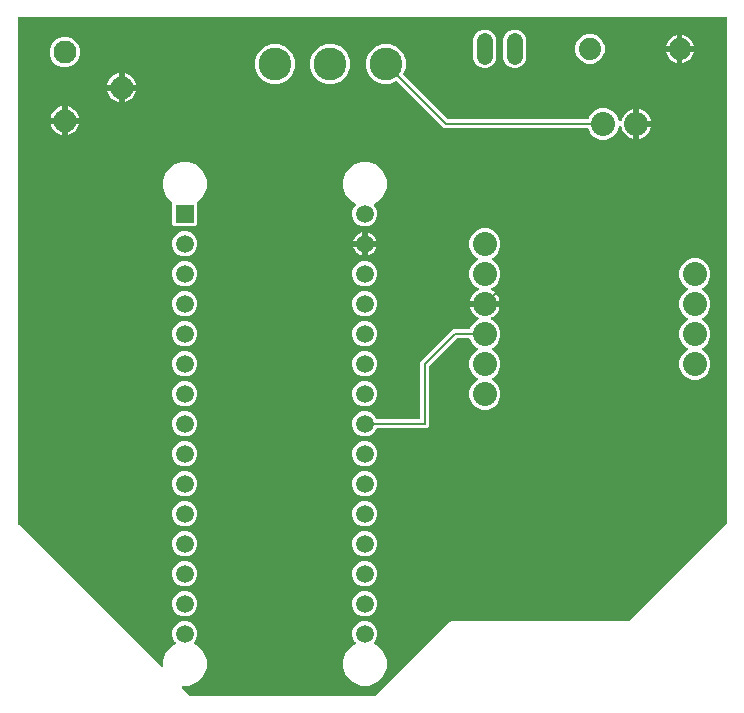
<source format=gbr>
G04 EAGLE Gerber RS-274X export*
G75*
%MOMM*%
%FSLAX34Y34*%
%LPD*%
%INBottom Copper*%
%IPPOS*%
%AMOC8*
5,1,8,0,0,1.08239X$1,22.5*%
G01*
%ADD10C,2.032000*%
%ADD11C,1.320800*%
%ADD12C,1.950000*%
%ADD13R,1.508000X1.508000*%
%ADD14C,1.508000*%
%ADD15C,1.879600*%
%ADD16C,2.775000*%
%ADD17C,0.152400*%

G36*
X604648Y163335D02*
X604648Y163335D01*
X604747Y163338D01*
X604805Y163355D01*
X604865Y163363D01*
X604958Y163399D01*
X605053Y163427D01*
X605105Y163457D01*
X605161Y163480D01*
X605241Y163538D01*
X605327Y163588D01*
X605402Y163654D01*
X605418Y163666D01*
X605426Y163676D01*
X605447Y163694D01*
X663662Y221909D01*
X666913Y225160D01*
X670927Y226823D01*
X820450Y226823D01*
X820548Y226835D01*
X820647Y226838D01*
X820705Y226855D01*
X820765Y226863D01*
X820858Y226899D01*
X820953Y226927D01*
X821005Y226957D01*
X821061Y226980D01*
X821141Y227038D01*
X821227Y227088D01*
X821302Y227154D01*
X821318Y227166D01*
X821326Y227176D01*
X821347Y227194D01*
X903106Y308953D01*
X903166Y309031D01*
X903234Y309103D01*
X903263Y309156D01*
X903300Y309204D01*
X903340Y309295D01*
X903388Y309381D01*
X903403Y309440D01*
X903427Y309496D01*
X903442Y309594D01*
X903467Y309689D01*
X903473Y309789D01*
X903477Y309810D01*
X903475Y309822D01*
X903477Y309850D01*
X903477Y737108D01*
X903462Y737226D01*
X903455Y737345D01*
X903442Y737383D01*
X903437Y737424D01*
X903394Y737534D01*
X903357Y737647D01*
X903335Y737682D01*
X903320Y737719D01*
X903251Y737815D01*
X903187Y737916D01*
X903157Y737944D01*
X903134Y737977D01*
X903042Y738053D01*
X902955Y738134D01*
X902920Y738154D01*
X902889Y738179D01*
X902781Y738230D01*
X902677Y738288D01*
X902637Y738298D01*
X902601Y738315D01*
X902484Y738337D01*
X902369Y738367D01*
X902309Y738371D01*
X902289Y738375D01*
X902268Y738373D01*
X902208Y738377D01*
X304292Y738377D01*
X304174Y738362D01*
X304055Y738355D01*
X304017Y738342D01*
X303976Y738337D01*
X303866Y738294D01*
X303753Y738257D01*
X303718Y738235D01*
X303681Y738220D01*
X303585Y738151D01*
X303484Y738087D01*
X303456Y738057D01*
X303423Y738034D01*
X303347Y737942D01*
X303266Y737855D01*
X303246Y737820D01*
X303221Y737789D01*
X303170Y737681D01*
X303112Y737577D01*
X303102Y737537D01*
X303085Y737501D01*
X303063Y737384D01*
X303033Y737269D01*
X303029Y737209D01*
X303025Y737189D01*
X303027Y737168D01*
X303023Y737108D01*
X303023Y309850D01*
X303035Y309752D01*
X303038Y309653D01*
X303055Y309595D01*
X303063Y309535D01*
X303099Y309442D01*
X303127Y309347D01*
X303157Y309295D01*
X303180Y309239D01*
X303238Y309159D01*
X303288Y309073D01*
X303354Y308998D01*
X303366Y308982D01*
X303376Y308974D01*
X303394Y308953D01*
X423918Y188430D01*
X424027Y188344D01*
X424134Y188256D01*
X424153Y188247D01*
X424169Y188235D01*
X424297Y188179D01*
X424422Y188120D01*
X424442Y188116D01*
X424461Y188108D01*
X424599Y188086D01*
X424735Y188060D01*
X424755Y188062D01*
X424775Y188058D01*
X424914Y188071D01*
X425052Y188080D01*
X425071Y188086D01*
X425091Y188088D01*
X425223Y188135D01*
X425354Y188178D01*
X425372Y188189D01*
X425391Y188196D01*
X425506Y188274D01*
X425623Y188348D01*
X425637Y188363D01*
X425654Y188374D01*
X425746Y188478D01*
X425841Y188580D01*
X425851Y188598D01*
X425864Y188613D01*
X425928Y188737D01*
X425995Y188858D01*
X426000Y188878D01*
X426009Y188896D01*
X426039Y189032D01*
X426074Y189166D01*
X426076Y189194D01*
X426079Y189206D01*
X426078Y189227D01*
X426084Y189327D01*
X426084Y194163D01*
X428888Y200932D01*
X434068Y206112D01*
X436022Y206921D01*
X436065Y206946D01*
X436112Y206963D01*
X436203Y207024D01*
X436298Y207079D01*
X436334Y207113D01*
X436375Y207141D01*
X436448Y207224D01*
X436527Y207300D01*
X436553Y207343D01*
X436586Y207380D01*
X436636Y207478D01*
X436693Y207571D01*
X436708Y207619D01*
X436730Y207663D01*
X436754Y207770D01*
X436787Y207875D01*
X436789Y207925D01*
X436800Y207973D01*
X436796Y208083D01*
X436802Y208193D01*
X436792Y208241D01*
X436790Y208291D01*
X436760Y208397D01*
X436737Y208504D01*
X436716Y208549D01*
X436702Y208597D01*
X436646Y208691D01*
X436598Y208790D01*
X436565Y208828D01*
X436540Y208871D01*
X436434Y208991D01*
X435523Y209902D01*
X433911Y213794D01*
X433911Y218006D01*
X435523Y221898D01*
X438502Y224877D01*
X442394Y226489D01*
X446606Y226489D01*
X450498Y224877D01*
X453477Y221898D01*
X455089Y218006D01*
X455089Y213794D01*
X453477Y209902D01*
X452566Y208991D01*
X452536Y208952D01*
X452499Y208919D01*
X452439Y208827D01*
X452371Y208740D01*
X452352Y208695D01*
X452324Y208653D01*
X452289Y208549D01*
X452245Y208448D01*
X452237Y208399D01*
X452221Y208352D01*
X452212Y208243D01*
X452195Y208134D01*
X452200Y208085D01*
X452196Y208035D01*
X452215Y207927D01*
X452225Y207818D01*
X452242Y207771D01*
X452250Y207722D01*
X452295Y207622D01*
X452332Y207518D01*
X452360Y207477D01*
X452381Y207432D01*
X452449Y207346D01*
X452511Y207255D01*
X452548Y207222D01*
X452579Y207184D01*
X452667Y207117D01*
X452750Y207045D01*
X452794Y207022D01*
X452833Y206992D01*
X452978Y206921D01*
X454932Y206112D01*
X460112Y200932D01*
X462916Y194163D01*
X462916Y186837D01*
X460112Y180068D01*
X454932Y174888D01*
X448163Y172084D01*
X443327Y172084D01*
X443189Y172067D01*
X443051Y172054D01*
X443032Y172047D01*
X443011Y172044D01*
X442882Y171993D01*
X442751Y171946D01*
X442735Y171935D01*
X442716Y171927D01*
X442603Y171846D01*
X442488Y171768D01*
X442475Y171752D01*
X442458Y171741D01*
X442370Y171633D01*
X442278Y171529D01*
X442269Y171511D01*
X442256Y171496D01*
X442196Y171370D01*
X442133Y171246D01*
X442129Y171226D01*
X442120Y171208D01*
X442094Y171072D01*
X442064Y170936D01*
X442064Y170915D01*
X442060Y170896D01*
X442069Y170757D01*
X442073Y170618D01*
X442079Y170598D01*
X442080Y170578D01*
X442123Y170446D01*
X442162Y170312D01*
X442172Y170295D01*
X442178Y170276D01*
X442253Y170158D01*
X442323Y170038D01*
X442342Y170017D01*
X442348Y170007D01*
X442363Y169993D01*
X442430Y169918D01*
X448653Y163694D01*
X448731Y163634D01*
X448803Y163566D01*
X448856Y163537D01*
X448904Y163500D01*
X448995Y163460D01*
X449081Y163412D01*
X449140Y163397D01*
X449196Y163373D01*
X449294Y163358D01*
X449389Y163333D01*
X449489Y163327D01*
X449510Y163323D01*
X449522Y163325D01*
X449550Y163323D01*
X604550Y163323D01*
X604648Y163335D01*
G37*
%LPC*%
G36*
X594794Y383111D02*
X594794Y383111D01*
X590902Y384723D01*
X587923Y387702D01*
X586311Y391594D01*
X586311Y395806D01*
X587923Y399698D01*
X590902Y402677D01*
X594794Y404289D01*
X599006Y404289D01*
X602898Y402677D01*
X605877Y399698D01*
X606458Y398294D01*
X606473Y398269D01*
X606482Y398241D01*
X606551Y398131D01*
X606616Y398018D01*
X606636Y397997D01*
X606652Y397972D01*
X606747Y397883D01*
X606837Y397790D01*
X606862Y397774D01*
X606884Y397754D01*
X606997Y397691D01*
X607108Y397623D01*
X607136Y397615D01*
X607162Y397600D01*
X607288Y397568D01*
X607412Y397530D01*
X607442Y397528D01*
X607470Y397521D01*
X607631Y397511D01*
X642620Y397511D01*
X642738Y397526D01*
X642857Y397533D01*
X642895Y397546D01*
X642936Y397551D01*
X643046Y397594D01*
X643159Y397631D01*
X643194Y397653D01*
X643231Y397668D01*
X643327Y397737D01*
X643428Y397801D01*
X643456Y397831D01*
X643489Y397854D01*
X643565Y397946D01*
X643646Y398033D01*
X643666Y398068D01*
X643691Y398099D01*
X643742Y398207D01*
X643800Y398311D01*
X643810Y398351D01*
X643827Y398387D01*
X643849Y398504D01*
X643879Y398619D01*
X643883Y398679D01*
X643887Y398699D01*
X643885Y398720D01*
X643889Y398780D01*
X643889Y446078D01*
X671522Y473711D01*
X684933Y473711D01*
X684963Y473714D01*
X684992Y473712D01*
X685120Y473734D01*
X685249Y473751D01*
X685276Y473761D01*
X685305Y473766D01*
X685424Y473820D01*
X685545Y473868D01*
X685568Y473885D01*
X685595Y473897D01*
X685697Y473978D01*
X685802Y474054D01*
X685821Y474077D01*
X685844Y474096D01*
X685922Y474199D01*
X686005Y474299D01*
X686017Y474326D01*
X686035Y474350D01*
X686106Y474494D01*
X687302Y477382D01*
X691018Y481098D01*
X692545Y481730D01*
X692623Y481775D01*
X692705Y481810D01*
X692760Y481853D01*
X692821Y481888D01*
X692885Y481950D01*
X692956Y482005D01*
X692999Y482060D01*
X693049Y482109D01*
X693096Y482185D01*
X693151Y482256D01*
X693179Y482320D01*
X693216Y482380D01*
X693242Y482466D01*
X693278Y482548D01*
X693289Y482617D01*
X693309Y482684D01*
X693314Y482774D01*
X693328Y482862D01*
X693321Y482932D01*
X693324Y483002D01*
X693306Y483089D01*
X693298Y483179D01*
X693274Y483245D01*
X693260Y483313D01*
X693221Y483394D01*
X693191Y483478D01*
X693151Y483536D01*
X693120Y483599D01*
X693062Y483667D01*
X693012Y483741D01*
X692960Y483788D01*
X692914Y483841D01*
X692841Y483893D01*
X692774Y483952D01*
X692666Y484016D01*
X692654Y484024D01*
X692648Y484027D01*
X692635Y484034D01*
X691843Y484437D01*
X690226Y485612D01*
X688812Y487026D01*
X687637Y488643D01*
X686730Y490425D01*
X686112Y492326D01*
X686043Y492761D01*
X697230Y492761D01*
X697348Y492776D01*
X697467Y492783D01*
X697505Y492796D01*
X697545Y492801D01*
X697656Y492844D01*
X697769Y492881D01*
X697803Y492903D01*
X697841Y492918D01*
X697937Y492988D01*
X698038Y493051D01*
X698066Y493081D01*
X698098Y493104D01*
X698174Y493196D01*
X698256Y493283D01*
X698275Y493318D01*
X698301Y493349D01*
X698352Y493457D01*
X698409Y493561D01*
X698420Y493601D01*
X698437Y493637D01*
X698459Y493754D01*
X698489Y493869D01*
X698493Y493930D01*
X698497Y493950D01*
X698495Y493970D01*
X698499Y494030D01*
X698499Y496570D01*
X698484Y496688D01*
X698477Y496807D01*
X698464Y496845D01*
X698459Y496885D01*
X698415Y496996D01*
X698379Y497109D01*
X698357Y497144D01*
X698342Y497181D01*
X698272Y497277D01*
X698209Y497378D01*
X698179Y497406D01*
X698155Y497439D01*
X698064Y497514D01*
X697977Y497596D01*
X697942Y497616D01*
X697910Y497641D01*
X697803Y497692D01*
X697698Y497750D01*
X697659Y497760D01*
X697623Y497777D01*
X697506Y497799D01*
X697391Y497829D01*
X697330Y497833D01*
X697310Y497837D01*
X697290Y497835D01*
X697230Y497839D01*
X686043Y497839D01*
X686112Y498274D01*
X686730Y500175D01*
X687637Y501957D01*
X688812Y503574D01*
X690226Y504988D01*
X691843Y506163D01*
X692635Y506566D01*
X692709Y506616D01*
X692788Y506658D01*
X692840Y506705D01*
X692898Y506745D01*
X692958Y506812D01*
X693024Y506872D01*
X693062Y506931D01*
X693109Y506983D01*
X693149Y507063D01*
X693199Y507138D01*
X693221Y507204D01*
X693253Y507267D01*
X693273Y507354D01*
X693302Y507439D01*
X693307Y507509D01*
X693323Y507577D01*
X693320Y507666D01*
X693327Y507756D01*
X693315Y507825D01*
X693313Y507895D01*
X693288Y507981D01*
X693273Y508069D01*
X693244Y508133D01*
X693224Y508200D01*
X693179Y508277D01*
X693142Y508359D01*
X693098Y508414D01*
X693063Y508474D01*
X692999Y508538D01*
X692943Y508608D01*
X692887Y508650D01*
X692838Y508699D01*
X692761Y508745D01*
X692689Y508799D01*
X692577Y508854D01*
X692564Y508861D01*
X692558Y508863D01*
X692545Y508870D01*
X691018Y509502D01*
X687302Y513218D01*
X685291Y518073D01*
X685291Y523327D01*
X687302Y528182D01*
X691018Y531898D01*
X691813Y532227D01*
X691934Y532296D01*
X692057Y532361D01*
X692072Y532375D01*
X692090Y532385D01*
X692190Y532482D01*
X692292Y532575D01*
X692304Y532592D01*
X692318Y532606D01*
X692391Y532725D01*
X692467Y532841D01*
X692474Y532860D01*
X692484Y532877D01*
X692525Y533010D01*
X692570Y533142D01*
X692572Y533162D01*
X692578Y533181D01*
X692585Y533320D01*
X692596Y533459D01*
X692592Y533479D01*
X692593Y533499D01*
X692565Y533635D01*
X692541Y533772D01*
X692533Y533791D01*
X692529Y533810D01*
X692468Y533935D01*
X692411Y534062D01*
X692398Y534078D01*
X692389Y534096D01*
X692299Y534202D01*
X692212Y534310D01*
X692196Y534323D01*
X692183Y534338D01*
X692069Y534418D01*
X691958Y534502D01*
X691933Y534514D01*
X691923Y534521D01*
X691904Y534528D01*
X691813Y534573D01*
X691018Y534902D01*
X687302Y538618D01*
X685291Y543473D01*
X685291Y548727D01*
X687302Y553582D01*
X691018Y557298D01*
X695873Y559309D01*
X701127Y559309D01*
X705982Y557298D01*
X709698Y553582D01*
X711709Y548727D01*
X711709Y543473D01*
X709698Y538618D01*
X705982Y534902D01*
X705187Y534573D01*
X705066Y534504D01*
X704943Y534439D01*
X704928Y534425D01*
X704910Y534415D01*
X704810Y534318D01*
X704708Y534225D01*
X704696Y534208D01*
X704682Y534194D01*
X704609Y534075D01*
X704533Y533959D01*
X704526Y533940D01*
X704516Y533923D01*
X704475Y533790D01*
X704430Y533658D01*
X704428Y533638D01*
X704422Y533619D01*
X704415Y533480D01*
X704404Y533341D01*
X704408Y533321D01*
X704407Y533301D01*
X704435Y533165D01*
X704459Y533028D01*
X704467Y533010D01*
X704471Y532990D01*
X704532Y532864D01*
X704589Y532738D01*
X704602Y532722D01*
X704611Y532704D01*
X704702Y532598D01*
X704788Y532490D01*
X704804Y532477D01*
X704817Y532462D01*
X704932Y532381D01*
X705042Y532298D01*
X705067Y532286D01*
X705077Y532279D01*
X705097Y532272D01*
X705187Y532227D01*
X705982Y531898D01*
X709698Y528182D01*
X711709Y523327D01*
X711709Y518073D01*
X709698Y513218D01*
X705982Y509502D01*
X704455Y508870D01*
X704377Y508825D01*
X704295Y508790D01*
X704240Y508747D01*
X704179Y508712D01*
X704115Y508650D01*
X704044Y508595D01*
X704001Y508540D01*
X703951Y508491D01*
X703904Y508414D01*
X703849Y508344D01*
X703821Y508280D01*
X703784Y508220D01*
X703758Y508134D01*
X703722Y508052D01*
X703711Y507983D01*
X703691Y507916D01*
X703686Y507826D01*
X703672Y507738D01*
X703679Y507668D01*
X703676Y507598D01*
X703694Y507511D01*
X703702Y507421D01*
X703726Y507355D01*
X703740Y507287D01*
X703779Y507206D01*
X703809Y507122D01*
X703849Y507064D01*
X703880Y507001D01*
X703938Y506933D01*
X703988Y506859D01*
X704040Y506812D01*
X704086Y506759D01*
X704159Y506707D01*
X704226Y506648D01*
X704334Y506584D01*
X704346Y506576D01*
X704352Y506573D01*
X704365Y506566D01*
X705157Y506163D01*
X706774Y504988D01*
X708188Y503574D01*
X709363Y501957D01*
X710270Y500175D01*
X710888Y498274D01*
X710957Y497839D01*
X699770Y497839D01*
X699652Y497824D01*
X699533Y497817D01*
X699495Y497804D01*
X699455Y497799D01*
X699344Y497756D01*
X699231Y497719D01*
X699197Y497697D01*
X699159Y497682D01*
X699063Y497612D01*
X698962Y497549D01*
X698934Y497519D01*
X698902Y497495D01*
X698826Y497404D01*
X698744Y497317D01*
X698725Y497282D01*
X698699Y497251D01*
X698648Y497143D01*
X698591Y497039D01*
X698580Y496999D01*
X698563Y496963D01*
X698541Y496846D01*
X698511Y496731D01*
X698507Y496670D01*
X698503Y496650D01*
X698505Y496630D01*
X698501Y496570D01*
X698501Y494030D01*
X698516Y493912D01*
X698523Y493793D01*
X698536Y493755D01*
X698541Y493714D01*
X698585Y493604D01*
X698621Y493491D01*
X698643Y493456D01*
X698658Y493419D01*
X698728Y493323D01*
X698791Y493222D01*
X698821Y493194D01*
X698845Y493161D01*
X698936Y493086D01*
X699023Y493004D01*
X699058Y492984D01*
X699090Y492959D01*
X699197Y492908D01*
X699302Y492850D01*
X699341Y492840D01*
X699377Y492823D01*
X699494Y492801D01*
X699609Y492771D01*
X699670Y492767D01*
X699690Y492763D01*
X699710Y492765D01*
X699770Y492761D01*
X710957Y492761D01*
X710888Y492326D01*
X710270Y490425D01*
X709363Y488643D01*
X708188Y487026D01*
X706774Y485612D01*
X705157Y484437D01*
X704365Y484034D01*
X704291Y483984D01*
X704212Y483942D01*
X704160Y483895D01*
X704102Y483855D01*
X704042Y483788D01*
X703976Y483728D01*
X703938Y483669D01*
X703891Y483617D01*
X703851Y483537D01*
X703801Y483462D01*
X703779Y483396D01*
X703747Y483333D01*
X703727Y483246D01*
X703698Y483161D01*
X703693Y483091D01*
X703677Y483023D01*
X703680Y482934D01*
X703673Y482844D01*
X703685Y482775D01*
X703687Y482705D01*
X703712Y482619D01*
X703727Y482531D01*
X703756Y482467D01*
X703776Y482400D01*
X703821Y482323D01*
X703858Y482241D01*
X703902Y482186D01*
X703937Y482126D01*
X704001Y482062D01*
X704057Y481992D01*
X704113Y481950D01*
X704162Y481901D01*
X704239Y481855D01*
X704311Y481801D01*
X704423Y481746D01*
X704436Y481739D01*
X704442Y481737D01*
X704455Y481730D01*
X705982Y481098D01*
X709698Y477382D01*
X711709Y472527D01*
X711709Y467273D01*
X709698Y462418D01*
X705982Y458702D01*
X705187Y458373D01*
X705066Y458304D01*
X704943Y458239D01*
X704928Y458225D01*
X704910Y458215D01*
X704810Y458118D01*
X704708Y458025D01*
X704696Y458008D01*
X704682Y457994D01*
X704609Y457875D01*
X704533Y457759D01*
X704526Y457740D01*
X704516Y457723D01*
X704475Y457590D01*
X704430Y457458D01*
X704428Y457438D01*
X704422Y457419D01*
X704415Y457280D01*
X704404Y457141D01*
X704408Y457121D01*
X704407Y457101D01*
X704435Y456965D01*
X704459Y456828D01*
X704467Y456810D01*
X704471Y456790D01*
X704532Y456664D01*
X704589Y456538D01*
X704602Y456522D01*
X704611Y456504D01*
X704702Y456398D01*
X704788Y456290D01*
X704804Y456277D01*
X704817Y456262D01*
X704932Y456181D01*
X705042Y456098D01*
X705067Y456086D01*
X705077Y456079D01*
X705097Y456072D01*
X705187Y456027D01*
X705982Y455698D01*
X709698Y451982D01*
X711709Y447127D01*
X711709Y441873D01*
X709698Y437018D01*
X705982Y433302D01*
X705187Y432973D01*
X705066Y432904D01*
X704943Y432839D01*
X704928Y432825D01*
X704910Y432815D01*
X704810Y432718D01*
X704708Y432625D01*
X704696Y432608D01*
X704682Y432594D01*
X704609Y432475D01*
X704533Y432359D01*
X704526Y432340D01*
X704516Y432323D01*
X704475Y432190D01*
X704430Y432058D01*
X704428Y432038D01*
X704422Y432019D01*
X704415Y431880D01*
X704404Y431741D01*
X704408Y431721D01*
X704407Y431701D01*
X704435Y431565D01*
X704459Y431428D01*
X704467Y431409D01*
X704471Y431390D01*
X704532Y431265D01*
X704589Y431138D01*
X704602Y431122D01*
X704611Y431104D01*
X704701Y430998D01*
X704788Y430890D01*
X704804Y430877D01*
X704817Y430862D01*
X704931Y430782D01*
X705042Y430698D01*
X705067Y430686D01*
X705077Y430679D01*
X705096Y430672D01*
X705187Y430627D01*
X705982Y430298D01*
X709698Y426582D01*
X711709Y421727D01*
X711709Y416473D01*
X709698Y411618D01*
X705982Y407902D01*
X701127Y405891D01*
X695873Y405891D01*
X691018Y407902D01*
X687302Y411618D01*
X685291Y416473D01*
X685291Y421727D01*
X687302Y426582D01*
X691018Y430298D01*
X691813Y430627D01*
X691934Y430696D01*
X692057Y430761D01*
X692072Y430775D01*
X692090Y430785D01*
X692190Y430882D01*
X692292Y430975D01*
X692304Y430992D01*
X692318Y431006D01*
X692391Y431125D01*
X692467Y431241D01*
X692474Y431260D01*
X692484Y431277D01*
X692525Y431410D01*
X692570Y431542D01*
X692572Y431562D01*
X692578Y431581D01*
X692585Y431720D01*
X692596Y431859D01*
X692592Y431879D01*
X692593Y431899D01*
X692565Y432035D01*
X692541Y432172D01*
X692533Y432190D01*
X692529Y432210D01*
X692468Y432336D01*
X692411Y432462D01*
X692398Y432478D01*
X692389Y432496D01*
X692298Y432602D01*
X692212Y432710D01*
X692196Y432723D01*
X692183Y432738D01*
X692068Y432819D01*
X691958Y432902D01*
X691933Y432914D01*
X691923Y432921D01*
X691903Y432928D01*
X691813Y432973D01*
X691018Y433302D01*
X687302Y437018D01*
X685291Y441873D01*
X685291Y447127D01*
X687302Y451982D01*
X691018Y455698D01*
X691813Y456027D01*
X691934Y456096D01*
X692057Y456161D01*
X692072Y456175D01*
X692090Y456185D01*
X692190Y456282D01*
X692292Y456375D01*
X692304Y456392D01*
X692318Y456406D01*
X692391Y456525D01*
X692467Y456641D01*
X692474Y456660D01*
X692484Y456677D01*
X692525Y456810D01*
X692570Y456942D01*
X692572Y456962D01*
X692578Y456981D01*
X692585Y457120D01*
X692596Y457259D01*
X692592Y457279D01*
X692593Y457299D01*
X692565Y457435D01*
X692541Y457572D01*
X692533Y457591D01*
X692529Y457610D01*
X692468Y457735D01*
X692411Y457862D01*
X692398Y457878D01*
X692389Y457896D01*
X692299Y458002D01*
X692212Y458110D01*
X692196Y458123D01*
X692183Y458138D01*
X692069Y458218D01*
X691958Y458302D01*
X691933Y458314D01*
X691923Y458321D01*
X691904Y458328D01*
X691813Y458373D01*
X691018Y458702D01*
X687302Y462418D01*
X686106Y465306D01*
X686091Y465331D01*
X686082Y465359D01*
X686013Y465469D01*
X685948Y465582D01*
X685928Y465603D01*
X685912Y465628D01*
X685817Y465717D01*
X685727Y465810D01*
X685702Y465826D01*
X685680Y465846D01*
X685567Y465909D01*
X685456Y465977D01*
X685428Y465985D01*
X685402Y466000D01*
X685276Y466032D01*
X685152Y466070D01*
X685123Y466072D01*
X685094Y466079D01*
X684933Y466089D01*
X675204Y466089D01*
X675106Y466077D01*
X675007Y466074D01*
X674949Y466057D01*
X674889Y466049D01*
X674797Y466013D01*
X674701Y465985D01*
X674649Y465955D01*
X674593Y465932D01*
X674513Y465874D01*
X674428Y465824D01*
X674352Y465758D01*
X674336Y465746D01*
X674328Y465736D01*
X674307Y465718D01*
X651882Y443293D01*
X651822Y443215D01*
X651754Y443143D01*
X651725Y443090D01*
X651688Y443042D01*
X651648Y442951D01*
X651600Y442864D01*
X651585Y442806D01*
X651561Y442750D01*
X651546Y442652D01*
X651521Y442556D01*
X651515Y442456D01*
X651511Y442436D01*
X651513Y442424D01*
X651511Y442396D01*
X651511Y392122D01*
X649278Y389889D01*
X607631Y389889D01*
X607601Y389886D01*
X607572Y389888D01*
X607444Y389866D01*
X607315Y389849D01*
X607288Y389839D01*
X607259Y389834D01*
X607140Y389780D01*
X607020Y389732D01*
X606996Y389715D01*
X606969Y389703D01*
X606867Y389622D01*
X606762Y389546D01*
X606743Y389523D01*
X606720Y389504D01*
X606642Y389401D01*
X606559Y389301D01*
X606547Y389274D01*
X606529Y389250D01*
X606458Y389106D01*
X605877Y387702D01*
X602898Y384723D01*
X599006Y383111D01*
X594794Y383111D01*
G37*
%LPD*%
%LPC*%
G36*
X796203Y634491D02*
X796203Y634491D01*
X791348Y636502D01*
X787632Y640218D01*
X786436Y643106D01*
X786421Y643131D01*
X786412Y643159D01*
X786343Y643269D01*
X786278Y643382D01*
X786258Y643403D01*
X786242Y643428D01*
X786147Y643517D01*
X786057Y643610D01*
X786032Y643626D01*
X786010Y643646D01*
X785897Y643709D01*
X785786Y643777D01*
X785758Y643785D01*
X785732Y643800D01*
X785606Y643832D01*
X785482Y643870D01*
X785453Y643872D01*
X785424Y643879D01*
X785263Y643889D01*
X663922Y643889D01*
X624442Y683369D01*
X624418Y683387D01*
X624399Y683410D01*
X624336Y683454D01*
X624317Y683472D01*
X624290Y683487D01*
X624191Y683564D01*
X624163Y683576D01*
X624139Y683593D01*
X624018Y683639D01*
X623899Y683690D01*
X623870Y683695D01*
X623842Y683705D01*
X623713Y683720D01*
X623585Y683740D01*
X623555Y683737D01*
X623526Y683741D01*
X623397Y683723D01*
X623268Y683710D01*
X623240Y683700D01*
X623211Y683696D01*
X623059Y683644D01*
X618066Y681576D01*
X611334Y681576D01*
X605113Y684153D01*
X600353Y688913D01*
X597776Y695134D01*
X597776Y701866D01*
X600353Y708087D01*
X605113Y712847D01*
X611334Y715424D01*
X618066Y715424D01*
X624287Y712847D01*
X629047Y708087D01*
X631624Y701866D01*
X631624Y695134D01*
X629556Y690141D01*
X629548Y690113D01*
X629535Y690087D01*
X629506Y689960D01*
X629472Y689835D01*
X629471Y689805D01*
X629465Y689776D01*
X629469Y689647D01*
X629467Y689517D01*
X629474Y689488D01*
X629475Y689458D01*
X629511Y689334D01*
X629541Y689207D01*
X629555Y689181D01*
X629563Y689153D01*
X629629Y689041D01*
X629690Y688926D01*
X629710Y688904D01*
X629725Y688879D01*
X629831Y688758D01*
X666707Y651882D01*
X666785Y651822D01*
X666857Y651754D01*
X666910Y651725D01*
X666958Y651688D01*
X667049Y651648D01*
X667136Y651600D01*
X667194Y651585D01*
X667250Y651561D01*
X667348Y651546D01*
X667444Y651521D01*
X667544Y651515D01*
X667564Y651511D01*
X667576Y651513D01*
X667604Y651511D01*
X785263Y651511D01*
X785293Y651514D01*
X785322Y651512D01*
X785450Y651534D01*
X785579Y651551D01*
X785606Y651561D01*
X785635Y651566D01*
X785754Y651620D01*
X785875Y651668D01*
X785898Y651685D01*
X785925Y651697D01*
X786027Y651778D01*
X786132Y651854D01*
X786151Y651877D01*
X786174Y651896D01*
X786252Y651999D01*
X786335Y652099D01*
X786347Y652126D01*
X786365Y652150D01*
X786436Y652294D01*
X787632Y655182D01*
X791348Y658898D01*
X796203Y660909D01*
X801457Y660909D01*
X806312Y658898D01*
X810028Y655182D01*
X811972Y650488D01*
X811987Y650462D01*
X811996Y650434D01*
X812066Y650324D01*
X812130Y650212D01*
X812151Y650190D01*
X812167Y650165D01*
X812261Y650076D01*
X812351Y649983D01*
X812376Y649968D01*
X812398Y649947D01*
X812512Y649885D01*
X812622Y649817D01*
X812651Y649808D01*
X812677Y649794D01*
X812802Y649762D01*
X812926Y649723D01*
X812956Y649722D01*
X812985Y649715D01*
X813115Y649715D01*
X813244Y649708D01*
X813273Y649714D01*
X813303Y649714D01*
X813428Y649746D01*
X813555Y649773D01*
X813582Y649786D01*
X813611Y649793D01*
X813724Y649855D01*
X813841Y649912D01*
X813864Y649932D01*
X813890Y649946D01*
X813984Y650034D01*
X814083Y650119D01*
X814100Y650143D01*
X814122Y650164D01*
X814191Y650273D01*
X814266Y650379D01*
X814277Y650407D01*
X814293Y650432D01*
X814352Y650582D01*
X815000Y652575D01*
X815907Y654357D01*
X817082Y655974D01*
X818496Y657388D01*
X820113Y658563D01*
X821895Y659470D01*
X823796Y660088D01*
X824231Y660157D01*
X824231Y648970D01*
X824246Y648852D01*
X824253Y648733D01*
X824266Y648695D01*
X824271Y648655D01*
X824314Y648544D01*
X824351Y648431D01*
X824373Y648397D01*
X824388Y648359D01*
X824458Y648263D01*
X824521Y648162D01*
X824551Y648134D01*
X824574Y648102D01*
X824666Y648026D01*
X824753Y647944D01*
X824788Y647925D01*
X824819Y647899D01*
X824927Y647848D01*
X825031Y647791D01*
X825071Y647780D01*
X825107Y647763D01*
X825224Y647741D01*
X825339Y647711D01*
X825400Y647707D01*
X825420Y647703D01*
X825440Y647705D01*
X825500Y647701D01*
X826771Y647701D01*
X826771Y647699D01*
X825500Y647699D01*
X825382Y647684D01*
X825263Y647677D01*
X825225Y647664D01*
X825184Y647659D01*
X825074Y647615D01*
X824961Y647579D01*
X824926Y647557D01*
X824889Y647542D01*
X824793Y647472D01*
X824692Y647409D01*
X824664Y647379D01*
X824631Y647355D01*
X824556Y647264D01*
X824474Y647177D01*
X824454Y647142D01*
X824429Y647110D01*
X824378Y647003D01*
X824320Y646898D01*
X824310Y646859D01*
X824293Y646823D01*
X824271Y646706D01*
X824241Y646591D01*
X824237Y646530D01*
X824233Y646510D01*
X824235Y646490D01*
X824231Y646430D01*
X824231Y635243D01*
X823796Y635312D01*
X821895Y635930D01*
X820113Y636837D01*
X818496Y638012D01*
X817082Y639426D01*
X815907Y641043D01*
X815000Y642825D01*
X814352Y644818D01*
X814339Y644846D01*
X814332Y644875D01*
X814272Y644989D01*
X814217Y645106D01*
X814198Y645129D01*
X814184Y645156D01*
X814096Y645252D01*
X814014Y645351D01*
X813990Y645369D01*
X813970Y645391D01*
X813862Y645462D01*
X813757Y645538D01*
X813729Y645549D01*
X813704Y645566D01*
X813582Y645608D01*
X813461Y645656D01*
X813431Y645659D01*
X813403Y645669D01*
X813274Y645679D01*
X813146Y645696D01*
X813116Y645692D01*
X813086Y645694D01*
X812958Y645672D01*
X812830Y645656D01*
X812802Y645645D01*
X812773Y645640D01*
X812655Y645587D01*
X812534Y645539D01*
X812510Y645521D01*
X812483Y645509D01*
X812382Y645428D01*
X812277Y645352D01*
X812258Y645329D01*
X812234Y645311D01*
X812156Y645207D01*
X812074Y645107D01*
X812061Y645080D01*
X812043Y645057D01*
X811972Y644912D01*
X810028Y640218D01*
X806312Y636502D01*
X801457Y634491D01*
X796203Y634491D01*
G37*
%LPD*%
%LPC*%
G36*
X873673Y431291D02*
X873673Y431291D01*
X868818Y433302D01*
X865102Y437018D01*
X863091Y441873D01*
X863091Y447127D01*
X865102Y451982D01*
X868818Y455698D01*
X869613Y456027D01*
X869734Y456096D01*
X869857Y456161D01*
X869872Y456175D01*
X869890Y456185D01*
X869990Y456282D01*
X870092Y456375D01*
X870104Y456392D01*
X870118Y456406D01*
X870191Y456525D01*
X870267Y456641D01*
X870274Y456660D01*
X870284Y456677D01*
X870325Y456810D01*
X870370Y456942D01*
X870372Y456962D01*
X870378Y456981D01*
X870385Y457120D01*
X870396Y457259D01*
X870392Y457279D01*
X870393Y457299D01*
X870365Y457435D01*
X870341Y457572D01*
X870333Y457590D01*
X870329Y457610D01*
X870268Y457736D01*
X870211Y457862D01*
X870198Y457878D01*
X870189Y457896D01*
X870098Y458002D01*
X870012Y458110D01*
X869996Y458123D01*
X869983Y458138D01*
X869868Y458219D01*
X869758Y458302D01*
X869733Y458314D01*
X869723Y458321D01*
X869703Y458328D01*
X869613Y458373D01*
X868818Y458702D01*
X865102Y462418D01*
X863091Y467273D01*
X863091Y472527D01*
X865102Y477382D01*
X868818Y481098D01*
X869613Y481427D01*
X869734Y481496D01*
X869857Y481561D01*
X869872Y481575D01*
X869890Y481585D01*
X869990Y481682D01*
X870092Y481775D01*
X870104Y481792D01*
X870118Y481806D01*
X870191Y481925D01*
X870267Y482041D01*
X870274Y482060D01*
X870284Y482077D01*
X870325Y482210D01*
X870370Y482342D01*
X870372Y482362D01*
X870378Y482381D01*
X870385Y482520D01*
X870396Y482659D01*
X870392Y482679D01*
X870393Y482699D01*
X870365Y482835D01*
X870341Y482972D01*
X870333Y482990D01*
X870329Y483010D01*
X870268Y483136D01*
X870211Y483262D01*
X870198Y483278D01*
X870189Y483296D01*
X870098Y483402D01*
X870012Y483510D01*
X869996Y483523D01*
X869983Y483538D01*
X869868Y483619D01*
X869758Y483702D01*
X869733Y483714D01*
X869723Y483721D01*
X869703Y483728D01*
X869613Y483773D01*
X868818Y484102D01*
X865102Y487818D01*
X863091Y492673D01*
X863091Y497927D01*
X865102Y502782D01*
X868818Y506498D01*
X869613Y506827D01*
X869734Y506896D01*
X869857Y506961D01*
X869872Y506975D01*
X869890Y506985D01*
X869990Y507082D01*
X870092Y507175D01*
X870104Y507192D01*
X870118Y507206D01*
X870191Y507325D01*
X870267Y507441D01*
X870274Y507460D01*
X870284Y507477D01*
X870325Y507610D01*
X870370Y507742D01*
X870372Y507762D01*
X870378Y507781D01*
X870385Y507920D01*
X870396Y508059D01*
X870392Y508079D01*
X870393Y508099D01*
X870365Y508235D01*
X870341Y508372D01*
X870333Y508390D01*
X870329Y508410D01*
X870268Y508536D01*
X870211Y508662D01*
X870198Y508678D01*
X870189Y508696D01*
X870098Y508802D01*
X870012Y508910D01*
X869996Y508923D01*
X869983Y508938D01*
X869868Y509019D01*
X869758Y509102D01*
X869733Y509114D01*
X869723Y509121D01*
X869703Y509128D01*
X869613Y509173D01*
X868818Y509502D01*
X865102Y513218D01*
X863091Y518073D01*
X863091Y523327D01*
X865102Y528182D01*
X868818Y531898D01*
X873673Y533909D01*
X878927Y533909D01*
X883782Y531898D01*
X887498Y528182D01*
X889509Y523327D01*
X889509Y518073D01*
X887498Y513218D01*
X883782Y509502D01*
X882987Y509173D01*
X882866Y509104D01*
X882743Y509039D01*
X882728Y509025D01*
X882710Y509015D01*
X882610Y508918D01*
X882508Y508825D01*
X882496Y508808D01*
X882482Y508794D01*
X882409Y508675D01*
X882333Y508559D01*
X882326Y508540D01*
X882316Y508523D01*
X882275Y508390D01*
X882230Y508258D01*
X882228Y508238D01*
X882222Y508219D01*
X882215Y508080D01*
X882204Y507941D01*
X882208Y507921D01*
X882207Y507901D01*
X882235Y507765D01*
X882259Y507628D01*
X882267Y507609D01*
X882271Y507590D01*
X882332Y507465D01*
X882389Y507338D01*
X882402Y507322D01*
X882411Y507304D01*
X882501Y507198D01*
X882588Y507090D01*
X882604Y507077D01*
X882617Y507062D01*
X882731Y506982D01*
X882842Y506898D01*
X882867Y506886D01*
X882877Y506879D01*
X882896Y506872D01*
X882987Y506827D01*
X883782Y506498D01*
X887498Y502782D01*
X889509Y497927D01*
X889509Y492673D01*
X887498Y487818D01*
X883782Y484102D01*
X882987Y483773D01*
X882866Y483704D01*
X882743Y483639D01*
X882728Y483625D01*
X882710Y483615D01*
X882610Y483518D01*
X882508Y483425D01*
X882496Y483408D01*
X882482Y483394D01*
X882409Y483275D01*
X882333Y483159D01*
X882326Y483140D01*
X882316Y483123D01*
X882275Y482990D01*
X882230Y482858D01*
X882228Y482838D01*
X882222Y482819D01*
X882215Y482680D01*
X882204Y482541D01*
X882208Y482521D01*
X882207Y482501D01*
X882235Y482365D01*
X882259Y482228D01*
X882267Y482209D01*
X882271Y482190D01*
X882332Y482065D01*
X882389Y481938D01*
X882402Y481922D01*
X882411Y481904D01*
X882501Y481798D01*
X882588Y481690D01*
X882604Y481677D01*
X882617Y481662D01*
X882731Y481582D01*
X882842Y481498D01*
X882867Y481486D01*
X882877Y481479D01*
X882896Y481472D01*
X882987Y481427D01*
X883782Y481098D01*
X887498Y477382D01*
X889509Y472527D01*
X889509Y467273D01*
X887498Y462418D01*
X883782Y458702D01*
X882987Y458373D01*
X882866Y458304D01*
X882743Y458239D01*
X882728Y458225D01*
X882710Y458215D01*
X882610Y458118D01*
X882508Y458025D01*
X882496Y458008D01*
X882482Y457994D01*
X882409Y457875D01*
X882333Y457759D01*
X882326Y457740D01*
X882316Y457723D01*
X882275Y457590D01*
X882230Y457458D01*
X882228Y457438D01*
X882222Y457419D01*
X882215Y457280D01*
X882204Y457141D01*
X882208Y457121D01*
X882207Y457101D01*
X882235Y456965D01*
X882259Y456828D01*
X882267Y456809D01*
X882271Y456790D01*
X882332Y456665D01*
X882389Y456538D01*
X882402Y456522D01*
X882411Y456504D01*
X882501Y456398D01*
X882588Y456290D01*
X882604Y456277D01*
X882617Y456262D01*
X882731Y456182D01*
X882842Y456098D01*
X882867Y456086D01*
X882877Y456079D01*
X882896Y456072D01*
X882987Y456027D01*
X883782Y455698D01*
X887498Y451982D01*
X889509Y447127D01*
X889509Y441873D01*
X887498Y437018D01*
X883782Y433302D01*
X878927Y431291D01*
X873673Y431291D01*
G37*
%LPD*%
%LPC*%
G36*
X435697Y560911D02*
X435697Y560911D01*
X433911Y562697D01*
X433911Y580552D01*
X433925Y580637D01*
X433951Y580753D01*
X433950Y580793D01*
X433956Y580833D01*
X433945Y580952D01*
X433941Y581071D01*
X433930Y581110D01*
X433926Y581150D01*
X433886Y581262D01*
X433853Y581377D01*
X433832Y581411D01*
X433819Y581449D01*
X433752Y581548D01*
X433691Y581651D01*
X433652Y581695D01*
X433640Y581712D01*
X433625Y581726D01*
X433585Y581771D01*
X428888Y586468D01*
X426084Y593237D01*
X426084Y600563D01*
X428888Y607332D01*
X434068Y612512D01*
X440837Y615316D01*
X448163Y615316D01*
X454932Y612512D01*
X460112Y607332D01*
X462916Y600563D01*
X462916Y593237D01*
X460112Y586468D01*
X455415Y581771D01*
X455342Y581677D01*
X455263Y581588D01*
X455245Y581552D01*
X455220Y581520D01*
X455173Y581411D01*
X455119Y581304D01*
X455110Y581265D01*
X455094Y581228D01*
X455075Y581110D01*
X455049Y580994D01*
X455050Y580954D01*
X455044Y580914D01*
X455055Y580795D01*
X455059Y580676D01*
X455070Y580638D01*
X455074Y580598D01*
X455089Y580556D01*
X455089Y562697D01*
X453303Y560911D01*
X435697Y560911D01*
G37*
%LPD*%
%LPC*%
G36*
X593237Y172084D02*
X593237Y172084D01*
X586468Y174888D01*
X581288Y180068D01*
X578484Y186837D01*
X578484Y194163D01*
X581288Y200932D01*
X586468Y206112D01*
X588422Y206921D01*
X588465Y206946D01*
X588512Y206963D01*
X588603Y207024D01*
X588698Y207079D01*
X588734Y207113D01*
X588775Y207141D01*
X588848Y207224D01*
X588927Y207300D01*
X588953Y207343D01*
X588986Y207380D01*
X589036Y207478D01*
X589093Y207571D01*
X589108Y207619D01*
X589130Y207663D01*
X589154Y207770D01*
X589187Y207875D01*
X589189Y207925D01*
X589200Y207973D01*
X589196Y208083D01*
X589202Y208193D01*
X589192Y208241D01*
X589190Y208291D01*
X589160Y208397D01*
X589137Y208504D01*
X589116Y208549D01*
X589102Y208597D01*
X589046Y208691D01*
X588998Y208790D01*
X588965Y208828D01*
X588940Y208871D01*
X588834Y208991D01*
X587923Y209902D01*
X586311Y213794D01*
X586311Y218006D01*
X587923Y221898D01*
X590902Y224877D01*
X594794Y226489D01*
X599006Y226489D01*
X602898Y224877D01*
X605877Y221898D01*
X607489Y218006D01*
X607489Y213794D01*
X605877Y209902D01*
X604966Y208991D01*
X604936Y208952D01*
X604899Y208919D01*
X604839Y208827D01*
X604771Y208740D01*
X604752Y208695D01*
X604724Y208653D01*
X604689Y208549D01*
X604645Y208448D01*
X604637Y208399D01*
X604621Y208352D01*
X604612Y208243D01*
X604595Y208134D01*
X604600Y208085D01*
X604596Y208035D01*
X604615Y207927D01*
X604625Y207818D01*
X604642Y207771D01*
X604650Y207722D01*
X604695Y207622D01*
X604732Y207518D01*
X604760Y207477D01*
X604781Y207432D01*
X604849Y207346D01*
X604911Y207255D01*
X604948Y207222D01*
X604979Y207184D01*
X605067Y207117D01*
X605150Y207045D01*
X605194Y207022D01*
X605233Y206992D01*
X605378Y206921D01*
X607332Y206112D01*
X612512Y200932D01*
X615316Y194163D01*
X615316Y186837D01*
X612512Y180068D01*
X607332Y174888D01*
X600563Y172084D01*
X593237Y172084D01*
G37*
%LPD*%
%LPC*%
G36*
X594794Y560911D02*
X594794Y560911D01*
X590902Y562523D01*
X587923Y565502D01*
X586311Y569394D01*
X586311Y573606D01*
X587923Y577498D01*
X588834Y578409D01*
X588864Y578448D01*
X588901Y578481D01*
X588962Y578573D01*
X589029Y578660D01*
X589048Y578705D01*
X589076Y578747D01*
X589111Y578851D01*
X589155Y578952D01*
X589163Y579001D01*
X589179Y579048D01*
X589188Y579157D01*
X589205Y579266D01*
X589200Y579315D01*
X589204Y579365D01*
X589185Y579473D01*
X589175Y579582D01*
X589158Y579629D01*
X589150Y579678D01*
X589105Y579778D01*
X589068Y579882D01*
X589040Y579923D01*
X589019Y579968D01*
X588951Y580054D01*
X588889Y580145D01*
X588852Y580178D01*
X588821Y580216D01*
X588733Y580283D01*
X588651Y580355D01*
X588606Y580378D01*
X588567Y580408D01*
X588422Y580479D01*
X586468Y581288D01*
X581288Y586468D01*
X578484Y593237D01*
X578484Y600563D01*
X581288Y607332D01*
X586468Y612512D01*
X593237Y615316D01*
X600563Y615316D01*
X607332Y612512D01*
X612512Y607332D01*
X615316Y600563D01*
X615316Y593237D01*
X612512Y586468D01*
X607332Y581288D01*
X605378Y580479D01*
X605335Y580454D01*
X605288Y580437D01*
X605197Y580375D01*
X605102Y580321D01*
X605066Y580287D01*
X605025Y580259D01*
X604952Y580176D01*
X604873Y580100D01*
X604847Y580057D01*
X604814Y580020D01*
X604764Y579922D01*
X604707Y579829D01*
X604692Y579781D01*
X604670Y579737D01*
X604646Y579630D01*
X604613Y579525D01*
X604611Y579475D01*
X604600Y579427D01*
X604604Y579317D01*
X604598Y579207D01*
X604608Y579158D01*
X604610Y579109D01*
X604640Y579003D01*
X604663Y578896D01*
X604684Y578851D01*
X604698Y578803D01*
X604754Y578709D01*
X604802Y578610D01*
X604835Y578572D01*
X604860Y578529D01*
X604966Y578409D01*
X605877Y577498D01*
X607489Y573606D01*
X607489Y569394D01*
X605877Y565502D01*
X602898Y562523D01*
X599006Y560911D01*
X594794Y560911D01*
G37*
%LPD*%
%LPC*%
G36*
X517334Y681576D02*
X517334Y681576D01*
X511113Y684153D01*
X506353Y688913D01*
X503776Y695134D01*
X503776Y701866D01*
X506353Y708087D01*
X511113Y712847D01*
X517334Y715424D01*
X524066Y715424D01*
X530287Y712847D01*
X535047Y708087D01*
X537624Y701866D01*
X537624Y695134D01*
X535047Y688913D01*
X530287Y684153D01*
X524066Y681576D01*
X517334Y681576D01*
G37*
%LPD*%
%LPC*%
G36*
X564334Y681576D02*
X564334Y681576D01*
X558113Y684153D01*
X553353Y688913D01*
X550776Y695134D01*
X550776Y701866D01*
X553353Y708087D01*
X558113Y712847D01*
X564334Y715424D01*
X571066Y715424D01*
X577287Y712847D01*
X582047Y708087D01*
X584624Y701866D01*
X584624Y695134D01*
X582047Y688913D01*
X577287Y684153D01*
X571066Y681576D01*
X564334Y681576D01*
G37*
%LPD*%
%LPC*%
G36*
X721980Y694943D02*
X721980Y694943D01*
X718432Y696413D01*
X715717Y699128D01*
X714247Y702676D01*
X714247Y719724D01*
X715717Y723272D01*
X718432Y725987D01*
X721980Y727457D01*
X725820Y727457D01*
X729368Y725987D01*
X732083Y723272D01*
X733553Y719724D01*
X733553Y702676D01*
X732083Y699128D01*
X729368Y696413D01*
X725820Y694943D01*
X721980Y694943D01*
G37*
%LPD*%
%LPC*%
G36*
X696580Y694943D02*
X696580Y694943D01*
X693032Y696413D01*
X690317Y699128D01*
X688847Y702676D01*
X688847Y719724D01*
X690317Y723272D01*
X693032Y725987D01*
X696580Y727457D01*
X700420Y727457D01*
X703968Y725987D01*
X706683Y723272D01*
X708153Y719724D01*
X708153Y702676D01*
X706683Y699128D01*
X703968Y696413D01*
X700420Y694943D01*
X696580Y694943D01*
G37*
%LPD*%
%LPC*%
G36*
X340354Y695701D02*
X340354Y695701D01*
X335650Y697650D01*
X332050Y701250D01*
X330101Y705954D01*
X330101Y711046D01*
X332050Y715750D01*
X335650Y719350D01*
X340354Y721299D01*
X345446Y721299D01*
X350150Y719350D01*
X353750Y715750D01*
X355699Y711046D01*
X355699Y705954D01*
X353750Y701250D01*
X350150Y697650D01*
X345446Y695701D01*
X340354Y695701D01*
G37*
%LPD*%
%LPC*%
G36*
X784924Y698753D02*
X784924Y698753D01*
X780350Y700648D01*
X776848Y704150D01*
X774953Y708724D01*
X774953Y713676D01*
X776848Y718250D01*
X780350Y721752D01*
X784924Y723647D01*
X789876Y723647D01*
X794450Y721752D01*
X797952Y718250D01*
X799847Y713676D01*
X799847Y708724D01*
X797952Y704150D01*
X794450Y700648D01*
X789876Y698753D01*
X784924Y698753D01*
G37*
%LPD*%
%LPC*%
G36*
X442394Y383111D02*
X442394Y383111D01*
X438502Y384723D01*
X435523Y387702D01*
X433911Y391594D01*
X433911Y395806D01*
X435523Y399698D01*
X438502Y402677D01*
X442394Y404289D01*
X446606Y404289D01*
X450498Y402677D01*
X453477Y399698D01*
X455089Y395806D01*
X455089Y391594D01*
X453477Y387702D01*
X450498Y384723D01*
X446606Y383111D01*
X442394Y383111D01*
G37*
%LPD*%
%LPC*%
G36*
X594794Y357711D02*
X594794Y357711D01*
X590902Y359323D01*
X587923Y362302D01*
X586311Y366194D01*
X586311Y370406D01*
X587923Y374298D01*
X590902Y377277D01*
X594794Y378889D01*
X599006Y378889D01*
X602898Y377277D01*
X605877Y374298D01*
X607489Y370406D01*
X607489Y366194D01*
X605877Y362302D01*
X602898Y359323D01*
X599006Y357711D01*
X594794Y357711D01*
G37*
%LPD*%
%LPC*%
G36*
X442394Y357711D02*
X442394Y357711D01*
X438502Y359323D01*
X435523Y362302D01*
X433911Y366194D01*
X433911Y370406D01*
X435523Y374298D01*
X438502Y377277D01*
X442394Y378889D01*
X446606Y378889D01*
X450498Y377277D01*
X453477Y374298D01*
X455089Y370406D01*
X455089Y366194D01*
X453477Y362302D01*
X450498Y359323D01*
X446606Y357711D01*
X442394Y357711D01*
G37*
%LPD*%
%LPC*%
G36*
X594794Y332311D02*
X594794Y332311D01*
X590902Y333923D01*
X587923Y336902D01*
X586311Y340794D01*
X586311Y345006D01*
X587923Y348898D01*
X590902Y351877D01*
X594794Y353489D01*
X599006Y353489D01*
X602898Y351877D01*
X605877Y348898D01*
X607489Y345006D01*
X607489Y340794D01*
X605877Y336902D01*
X602898Y333923D01*
X599006Y332311D01*
X594794Y332311D01*
G37*
%LPD*%
%LPC*%
G36*
X442394Y332311D02*
X442394Y332311D01*
X438502Y333923D01*
X435523Y336902D01*
X433911Y340794D01*
X433911Y345006D01*
X435523Y348898D01*
X438502Y351877D01*
X442394Y353489D01*
X446606Y353489D01*
X450498Y351877D01*
X453477Y348898D01*
X455089Y345006D01*
X455089Y340794D01*
X453477Y336902D01*
X450498Y333923D01*
X446606Y332311D01*
X442394Y332311D01*
G37*
%LPD*%
%LPC*%
G36*
X594794Y306911D02*
X594794Y306911D01*
X590902Y308523D01*
X587923Y311502D01*
X586311Y315394D01*
X586311Y319606D01*
X587923Y323498D01*
X590902Y326477D01*
X594794Y328089D01*
X599006Y328089D01*
X602898Y326477D01*
X605877Y323498D01*
X607489Y319606D01*
X607489Y315394D01*
X605877Y311502D01*
X602898Y308523D01*
X599006Y306911D01*
X594794Y306911D01*
G37*
%LPD*%
%LPC*%
G36*
X594794Y281511D02*
X594794Y281511D01*
X590902Y283123D01*
X587923Y286102D01*
X586311Y289994D01*
X586311Y294206D01*
X587923Y298098D01*
X590902Y301077D01*
X594794Y302689D01*
X599006Y302689D01*
X602898Y301077D01*
X605877Y298098D01*
X607489Y294206D01*
X607489Y289994D01*
X605877Y286102D01*
X602898Y283123D01*
X599006Y281511D01*
X594794Y281511D01*
G37*
%LPD*%
%LPC*%
G36*
X442394Y281511D02*
X442394Y281511D01*
X438502Y283123D01*
X435523Y286102D01*
X433911Y289994D01*
X433911Y294206D01*
X435523Y298098D01*
X438502Y301077D01*
X442394Y302689D01*
X446606Y302689D01*
X450498Y301077D01*
X453477Y298098D01*
X455089Y294206D01*
X455089Y289994D01*
X453477Y286102D01*
X450498Y283123D01*
X446606Y281511D01*
X442394Y281511D01*
G37*
%LPD*%
%LPC*%
G36*
X594794Y256111D02*
X594794Y256111D01*
X590902Y257723D01*
X587923Y260702D01*
X586311Y264594D01*
X586311Y268806D01*
X587923Y272698D01*
X590902Y275677D01*
X594794Y277289D01*
X599006Y277289D01*
X602898Y275677D01*
X605877Y272698D01*
X607489Y268806D01*
X607489Y264594D01*
X605877Y260702D01*
X602898Y257723D01*
X599006Y256111D01*
X594794Y256111D01*
G37*
%LPD*%
%LPC*%
G36*
X442394Y256111D02*
X442394Y256111D01*
X438502Y257723D01*
X435523Y260702D01*
X433911Y264594D01*
X433911Y268806D01*
X435523Y272698D01*
X438502Y275677D01*
X442394Y277289D01*
X446606Y277289D01*
X450498Y275677D01*
X453477Y272698D01*
X455089Y268806D01*
X455089Y264594D01*
X453477Y260702D01*
X450498Y257723D01*
X446606Y256111D01*
X442394Y256111D01*
G37*
%LPD*%
%LPC*%
G36*
X594794Y230711D02*
X594794Y230711D01*
X590902Y232323D01*
X587923Y235302D01*
X586311Y239194D01*
X586311Y243406D01*
X587923Y247298D01*
X590902Y250277D01*
X594794Y251889D01*
X599006Y251889D01*
X602898Y250277D01*
X605877Y247298D01*
X607489Y243406D01*
X607489Y239194D01*
X605877Y235302D01*
X602898Y232323D01*
X599006Y230711D01*
X594794Y230711D01*
G37*
%LPD*%
%LPC*%
G36*
X442394Y230711D02*
X442394Y230711D01*
X438502Y232323D01*
X435523Y235302D01*
X433911Y239194D01*
X433911Y243406D01*
X435523Y247298D01*
X438502Y250277D01*
X442394Y251889D01*
X446606Y251889D01*
X450498Y250277D01*
X453477Y247298D01*
X455089Y243406D01*
X455089Y239194D01*
X453477Y235302D01*
X450498Y232323D01*
X446606Y230711D01*
X442394Y230711D01*
G37*
%LPD*%
%LPC*%
G36*
X442394Y306911D02*
X442394Y306911D01*
X438502Y308523D01*
X435523Y311502D01*
X433911Y315394D01*
X433911Y319606D01*
X435523Y323498D01*
X438502Y326477D01*
X442394Y328089D01*
X446606Y328089D01*
X450498Y326477D01*
X453477Y323498D01*
X455089Y319606D01*
X455089Y315394D01*
X453477Y311502D01*
X450498Y308523D01*
X446606Y306911D01*
X442394Y306911D01*
G37*
%LPD*%
%LPC*%
G36*
X594794Y484711D02*
X594794Y484711D01*
X590902Y486323D01*
X587923Y489302D01*
X586311Y493194D01*
X586311Y497406D01*
X587923Y501298D01*
X590902Y504277D01*
X594794Y505889D01*
X599006Y505889D01*
X602898Y504277D01*
X605877Y501298D01*
X607489Y497406D01*
X607489Y493194D01*
X605877Y489302D01*
X602898Y486323D01*
X599006Y484711D01*
X594794Y484711D01*
G37*
%LPD*%
%LPC*%
G36*
X442394Y535511D02*
X442394Y535511D01*
X438502Y537123D01*
X435523Y540102D01*
X433911Y543994D01*
X433911Y548206D01*
X435523Y552098D01*
X438502Y555077D01*
X442394Y556689D01*
X446606Y556689D01*
X450498Y555077D01*
X453477Y552098D01*
X455089Y548206D01*
X455089Y543994D01*
X453477Y540102D01*
X450498Y537123D01*
X446606Y535511D01*
X442394Y535511D01*
G37*
%LPD*%
%LPC*%
G36*
X442394Y408511D02*
X442394Y408511D01*
X438502Y410123D01*
X435523Y413102D01*
X433911Y416994D01*
X433911Y421206D01*
X435523Y425098D01*
X438502Y428077D01*
X442394Y429689D01*
X446606Y429689D01*
X450498Y428077D01*
X453477Y425098D01*
X455089Y421206D01*
X455089Y416994D01*
X453477Y413102D01*
X450498Y410123D01*
X446606Y408511D01*
X442394Y408511D01*
G37*
%LPD*%
%LPC*%
G36*
X594794Y510111D02*
X594794Y510111D01*
X590902Y511723D01*
X587923Y514702D01*
X586311Y518594D01*
X586311Y522806D01*
X587923Y526698D01*
X590902Y529677D01*
X594794Y531289D01*
X599006Y531289D01*
X602898Y529677D01*
X605877Y526698D01*
X607489Y522806D01*
X607489Y518594D01*
X605877Y514702D01*
X602898Y511723D01*
X599006Y510111D01*
X594794Y510111D01*
G37*
%LPD*%
%LPC*%
G36*
X442394Y510111D02*
X442394Y510111D01*
X438502Y511723D01*
X435523Y514702D01*
X433911Y518594D01*
X433911Y522806D01*
X435523Y526698D01*
X438502Y529677D01*
X442394Y531289D01*
X446606Y531289D01*
X450498Y529677D01*
X453477Y526698D01*
X455089Y522806D01*
X455089Y518594D01*
X453477Y514702D01*
X450498Y511723D01*
X446606Y510111D01*
X442394Y510111D01*
G37*
%LPD*%
%LPC*%
G36*
X442394Y484711D02*
X442394Y484711D01*
X438502Y486323D01*
X435523Y489302D01*
X433911Y493194D01*
X433911Y497406D01*
X435523Y501298D01*
X438502Y504277D01*
X442394Y505889D01*
X446606Y505889D01*
X450498Y504277D01*
X453477Y501298D01*
X455089Y497406D01*
X455089Y493194D01*
X453477Y489302D01*
X450498Y486323D01*
X446606Y484711D01*
X442394Y484711D01*
G37*
%LPD*%
%LPC*%
G36*
X594794Y459311D02*
X594794Y459311D01*
X590902Y460923D01*
X587923Y463902D01*
X586311Y467794D01*
X586311Y472006D01*
X587923Y475898D01*
X590902Y478877D01*
X594794Y480489D01*
X599006Y480489D01*
X602898Y478877D01*
X605877Y475898D01*
X607489Y472006D01*
X607489Y467794D01*
X605877Y463902D01*
X602898Y460923D01*
X599006Y459311D01*
X594794Y459311D01*
G37*
%LPD*%
%LPC*%
G36*
X442394Y459311D02*
X442394Y459311D01*
X438502Y460923D01*
X435523Y463902D01*
X433911Y467794D01*
X433911Y472006D01*
X435523Y475898D01*
X438502Y478877D01*
X442394Y480489D01*
X446606Y480489D01*
X450498Y478877D01*
X453477Y475898D01*
X455089Y472006D01*
X455089Y467794D01*
X453477Y463902D01*
X450498Y460923D01*
X446606Y459311D01*
X442394Y459311D01*
G37*
%LPD*%
%LPC*%
G36*
X594794Y433911D02*
X594794Y433911D01*
X590902Y435523D01*
X587923Y438502D01*
X586311Y442394D01*
X586311Y446606D01*
X587923Y450498D01*
X590902Y453477D01*
X594794Y455089D01*
X599006Y455089D01*
X602898Y453477D01*
X605877Y450498D01*
X607489Y446606D01*
X607489Y442394D01*
X605877Y438502D01*
X602898Y435523D01*
X599006Y433911D01*
X594794Y433911D01*
G37*
%LPD*%
%LPC*%
G36*
X442394Y433911D02*
X442394Y433911D01*
X438502Y435523D01*
X435523Y438502D01*
X433911Y442394D01*
X433911Y446606D01*
X435523Y450498D01*
X438502Y453477D01*
X442394Y455089D01*
X446606Y455089D01*
X450498Y453477D01*
X453477Y450498D01*
X455089Y446606D01*
X455089Y442394D01*
X453477Y438502D01*
X450498Y435523D01*
X446606Y433911D01*
X442394Y433911D01*
G37*
%LPD*%
%LPC*%
G36*
X594794Y408511D02*
X594794Y408511D01*
X590902Y410123D01*
X587923Y413102D01*
X586311Y416994D01*
X586311Y421206D01*
X587923Y425098D01*
X590902Y428077D01*
X594794Y429689D01*
X599006Y429689D01*
X602898Y428077D01*
X605877Y425098D01*
X607489Y421206D01*
X607489Y416994D01*
X605877Y413102D01*
X602898Y410123D01*
X599006Y408511D01*
X594794Y408511D01*
G37*
%LPD*%
%LPC*%
G36*
X829309Y650239D02*
X829309Y650239D01*
X829309Y660157D01*
X829744Y660088D01*
X831645Y659470D01*
X833427Y658563D01*
X835044Y657388D01*
X836458Y655974D01*
X837633Y654357D01*
X838540Y652575D01*
X839158Y650674D01*
X839227Y650239D01*
X829309Y650239D01*
G37*
%LPD*%
%LPC*%
G36*
X829309Y645161D02*
X829309Y645161D01*
X839227Y645161D01*
X839158Y644726D01*
X838540Y642825D01*
X837633Y641043D01*
X836458Y639426D01*
X835044Y638012D01*
X833427Y636837D01*
X831645Y635930D01*
X829744Y635312D01*
X829309Y635243D01*
X829309Y645161D01*
G37*
%LPD*%
%LPC*%
G36*
X865849Y713449D02*
X865849Y713449D01*
X865849Y722931D01*
X866396Y722845D01*
X868183Y722264D01*
X869857Y721411D01*
X871378Y720306D01*
X872706Y718978D01*
X873811Y717457D01*
X874664Y715783D01*
X875245Y713996D01*
X875331Y713449D01*
X865849Y713449D01*
G37*
%LPD*%
%LPC*%
G36*
X851869Y713449D02*
X851869Y713449D01*
X851955Y713996D01*
X852536Y715783D01*
X853389Y717457D01*
X854494Y718978D01*
X855822Y720306D01*
X857343Y721411D01*
X859017Y722264D01*
X860804Y722845D01*
X861351Y722931D01*
X861351Y713449D01*
X851869Y713449D01*
G37*
%LPD*%
%LPC*%
G36*
X865849Y708951D02*
X865849Y708951D01*
X875331Y708951D01*
X875245Y708404D01*
X874664Y706617D01*
X873811Y704943D01*
X872706Y703422D01*
X871378Y702094D01*
X869857Y700989D01*
X868183Y700136D01*
X866396Y699555D01*
X865849Y699469D01*
X865849Y708951D01*
G37*
%LPD*%
%LPC*%
G36*
X860804Y699555D02*
X860804Y699555D01*
X859017Y700136D01*
X857343Y700989D01*
X855822Y702094D01*
X854494Y703422D01*
X853389Y704943D01*
X852536Y706617D01*
X851955Y708404D01*
X851869Y708951D01*
X861351Y708951D01*
X861351Y699469D01*
X860804Y699555D01*
G37*
%LPD*%
%LPC*%
G36*
X393439Y681039D02*
X393439Y681039D01*
X393439Y690542D01*
X393778Y690488D01*
X395618Y689890D01*
X397342Y689012D01*
X398907Y687875D01*
X400275Y686507D01*
X401412Y684942D01*
X402290Y683218D01*
X402888Y681378D01*
X402942Y681039D01*
X393439Y681039D01*
G37*
%LPD*%
%LPC*%
G36*
X345439Y653039D02*
X345439Y653039D01*
X345439Y662542D01*
X345778Y662488D01*
X347618Y661890D01*
X349342Y661012D01*
X350907Y659875D01*
X352275Y658507D01*
X353412Y656942D01*
X354290Y655218D01*
X354888Y653378D01*
X354942Y653039D01*
X345439Y653039D01*
G37*
%LPD*%
%LPC*%
G36*
X378858Y681039D02*
X378858Y681039D01*
X378912Y681378D01*
X379510Y683218D01*
X380388Y684942D01*
X381525Y686507D01*
X382893Y687875D01*
X384458Y689012D01*
X386182Y689890D01*
X388022Y690488D01*
X388361Y690542D01*
X388361Y681039D01*
X378858Y681039D01*
G37*
%LPD*%
%LPC*%
G36*
X393439Y675961D02*
X393439Y675961D01*
X402942Y675961D01*
X402888Y675622D01*
X402290Y673782D01*
X401412Y672058D01*
X400275Y670493D01*
X398907Y669125D01*
X397342Y667988D01*
X395618Y667110D01*
X393778Y666512D01*
X393439Y666458D01*
X393439Y675961D01*
G37*
%LPD*%
%LPC*%
G36*
X330858Y653039D02*
X330858Y653039D01*
X330912Y653378D01*
X331510Y655218D01*
X332388Y656942D01*
X333525Y658507D01*
X334893Y659875D01*
X336458Y661012D01*
X338182Y661890D01*
X340022Y662488D01*
X340361Y662542D01*
X340361Y653039D01*
X330858Y653039D01*
G37*
%LPD*%
%LPC*%
G36*
X345439Y647961D02*
X345439Y647961D01*
X354942Y647961D01*
X354888Y647622D01*
X354290Y645782D01*
X353412Y644058D01*
X352275Y642493D01*
X350907Y641125D01*
X349342Y639988D01*
X347618Y639110D01*
X345778Y638512D01*
X345439Y638458D01*
X345439Y647961D01*
G37*
%LPD*%
%LPC*%
G36*
X388022Y666512D02*
X388022Y666512D01*
X386182Y667110D01*
X384458Y667988D01*
X382893Y669125D01*
X381525Y670493D01*
X380388Y672058D01*
X379510Y673782D01*
X378912Y675622D01*
X378858Y675961D01*
X388361Y675961D01*
X388361Y666458D01*
X388022Y666512D01*
G37*
%LPD*%
%LPC*%
G36*
X340022Y638512D02*
X340022Y638512D01*
X338182Y639110D01*
X336458Y639988D01*
X334893Y641125D01*
X333525Y642493D01*
X332388Y644058D01*
X331510Y645782D01*
X330912Y647622D01*
X330858Y647961D01*
X340361Y647961D01*
X340361Y638458D01*
X340022Y638512D01*
G37*
%LPD*%
%LPC*%
G36*
X599399Y548599D02*
X599399Y548599D01*
X599399Y555887D01*
X600770Y555442D01*
X602183Y554722D01*
X603467Y553789D01*
X604589Y552667D01*
X605522Y551383D01*
X606242Y549970D01*
X606687Y548599D01*
X599399Y548599D01*
G37*
%LPD*%
%LPC*%
G36*
X599399Y543601D02*
X599399Y543601D01*
X606687Y543601D01*
X606242Y542230D01*
X605522Y540817D01*
X604589Y539533D01*
X603467Y538411D01*
X602183Y537478D01*
X600770Y536758D01*
X599399Y536313D01*
X599399Y543601D01*
G37*
%LPD*%
%LPC*%
G36*
X587113Y548599D02*
X587113Y548599D01*
X587558Y549970D01*
X588278Y551383D01*
X589211Y552667D01*
X590333Y553789D01*
X591617Y554722D01*
X593030Y555442D01*
X594401Y555887D01*
X594401Y548599D01*
X587113Y548599D01*
G37*
%LPD*%
%LPC*%
G36*
X593030Y536758D02*
X593030Y536758D01*
X591617Y537478D01*
X590333Y538411D01*
X589211Y539533D01*
X588278Y540817D01*
X587558Y542230D01*
X587113Y543601D01*
X594401Y543601D01*
X594401Y536313D01*
X593030Y536758D01*
G37*
%LPD*%
%LPC*%
G36*
X390899Y678499D02*
X390899Y678499D01*
X390899Y678501D01*
X390901Y678501D01*
X390901Y678499D01*
X390899Y678499D01*
G37*
%LPD*%
%LPC*%
G36*
X342899Y650499D02*
X342899Y650499D01*
X342899Y650501D01*
X342901Y650501D01*
X342901Y650499D01*
X342899Y650499D01*
G37*
%LPD*%
D10*
X798830Y647700D03*
X826770Y647700D03*
D11*
X723900Y704596D02*
X723900Y717804D01*
X698500Y717804D02*
X698500Y704596D01*
D12*
X342900Y708500D03*
X342900Y650500D03*
X390900Y678500D03*
D13*
X444500Y571500D03*
D14*
X444500Y546100D03*
X444500Y520700D03*
X444500Y495300D03*
X444500Y469900D03*
X444500Y444500D03*
X444500Y419100D03*
X444500Y393700D03*
X444500Y368300D03*
X444500Y342900D03*
X444500Y317500D03*
X444500Y292100D03*
X596900Y571500D03*
X596900Y546100D03*
X596900Y520700D03*
X596900Y495300D03*
X596900Y469900D03*
X596900Y444500D03*
X596900Y393700D03*
X596900Y368300D03*
X596900Y317500D03*
X596900Y292100D03*
X596900Y342900D03*
X596900Y419100D03*
X444500Y266700D03*
X444500Y241300D03*
X444500Y215900D03*
X596900Y266700D03*
X596900Y241300D03*
X596900Y215900D03*
D15*
X863600Y711200D03*
X787400Y711200D03*
D16*
X520700Y698500D03*
X567700Y698500D03*
X614700Y698500D03*
D10*
X876300Y520700D03*
X876300Y495300D03*
X876300Y469900D03*
X876300Y444500D03*
X698500Y444500D03*
X698500Y419100D03*
X698500Y469900D03*
X698500Y495300D03*
X698500Y520700D03*
X698500Y546100D03*
D17*
X665500Y647700D02*
X798830Y647700D01*
X665500Y647700D02*
X614700Y698500D01*
X826770Y647700D02*
X826770Y623570D01*
X698500Y495300D01*
X647700Y393700D02*
X596900Y393700D01*
X647700Y393700D02*
X647700Y444500D01*
X673100Y469900D01*
X698500Y469900D01*
M02*

</source>
